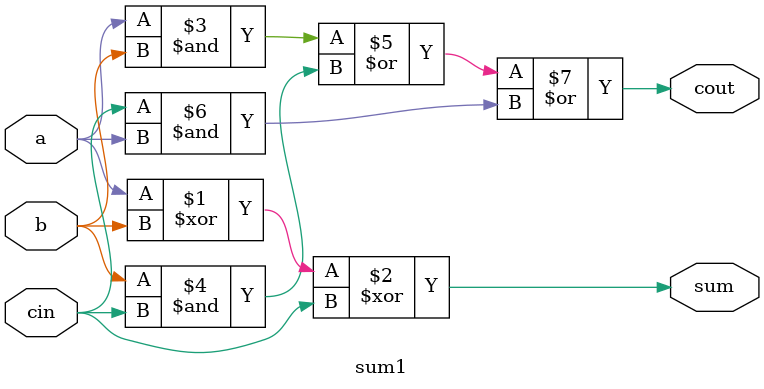
<source format=v>
module x(a, b, c, d, p, q, r, s, cin, cout, s1, s2, s3, s4);

    input a, b, c, d, cin, p, q, r, s;
    output cout, s1, s2, s3, s4;
    wire m1, m2, m3;



    sum1 x1(a, p, cin, s1, m1);
    sum1 x2(b, q, m1, s2, m2);
    sum1 x3(c, r, m2, s3, m3);
    sum1 x4(d, s, m3, s4, cout);


endmodule 

module sum1(a, b, cin, sum, cout);

    input a, b, cin;
    output sum, cout;

    assign sum = a^b^cin;
    assign cout = (a&b) | (b&cin) | (cin&a);

endmodule
</source>
